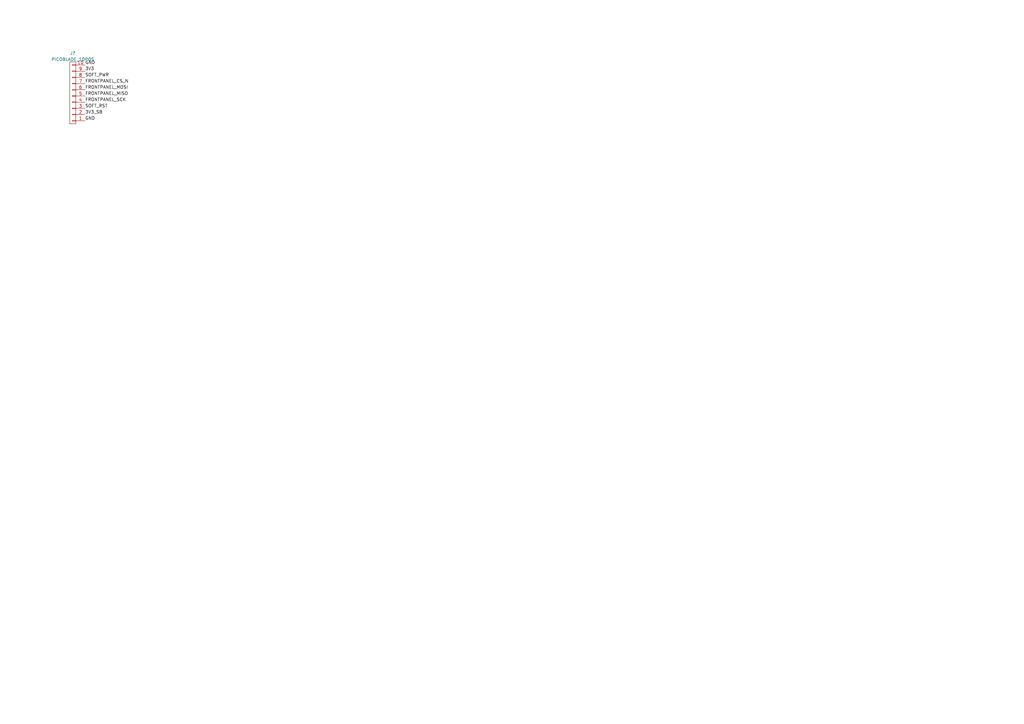
<source format=kicad_sch>
(kicad_sch (version 20211123) (generator eeschema)
  (paper "A3")
  (title_block (title "Front Panel") (date "2024-03-07") (rev "0.1") (company "Antikernel Labs") (comment 1 "Andrew D. Zonenberg") (comment 2 "Trigger Crossbar"))
  (lib_symbols
    (symbol "conn:CONN_01X10" (pin_names (offset 1.016) hide)
      (property "Reference" "J?" (at 0 -16.2728 0))
      (property "Value" "CONN_01X10" (at 0 -13.7359 0))
      (symbol "CONN_01X10_0_1"
        (rectangle (start -1.27 -11.303) (end 0.254 -11.557))
        (rectangle (start -1.27 -8.763) (end 0.254 -9.017))
        (rectangle (start -1.27 -6.223) (end 0.254 -6.477))
        (rectangle (start -1.27 -3.683) (end 0.254 -3.937))
        (rectangle (start -1.27 -1.143) (end 0.254 -1.397))
        (rectangle (start -1.27 1.397) (end 0.254 1.143))
        (rectangle (start -1.27 3.937) (end 0.254 3.683))
        (rectangle (start -1.27 6.477) (end 0.254 6.223))
        (rectangle (start -1.27 9.017) (end 0.254 8.763))
        (rectangle (start -1.27 11.557) (end 0.254 11.303))
        (rectangle (start -1.27 12.7) (end 1.27 -12.7))
      )
      (symbol "CONN_01X10_1_1"
        (pin passive line (at -5.08 11.43 0) (length 3.81) (name "P1") (number "1"))
        (pin power_out line (at -5.08 -11.43 0) (length 3.81) (name "P10") (number "10"))
        (pin power_out line (at -5.08 8.89 0) (length 3.81) (name "P2") (number "2"))
        (pin passive line (at -5.08 6.35 0) (length 3.81) (name "P3") (number "3"))
        (pin passive line (at -5.08 3.81 0) (length 3.81) (name "P4") (number "4"))
        (pin passive line (at -5.08 1.27 0) (length 3.81) (name "P5") (number "5"))
        (pin passive line (at -5.08 -1.27 0) (length 3.81) (name "P6") (number "6"))
        (pin passive line (at -5.08 -3.81 0) (length 3.81) (name "P7") (number "7"))
        (pin passive line (at -5.08 -6.35 0) (length 3.81) (name "P8") (number "8"))
        (pin power_out line (at -5.08 -8.89 0) (length 3.81) (name "P9") (number "9"))
      )
    )
  )
  (label "FRONTPANEL_CS_N" (at 34.925 34.29 0))
  (label "FRONTPANEL_MOSI" (at 34.925 36.83 0))
  (label "SOFT_RST" (at 34.925 44.45 0))
  (label "SOFT_PWR" (at 34.925 31.75 0))
  (label "3V3_SB" (at 34.925 46.99 0))
  (label "FRONTPANEL_MISO" (at 34.925 39.37 0))
  (label "FRONTPANEL_SCK" (at 34.925 41.91 0))
  (label "GND" (at 34.925 49.53 0))
  (label "3V3" (at 34.925 29.21 0))
  (label "GND" (at 34.925 26.67 0))
  (symbol (lib_id "conn:CONN_01X10") (at 29.845 38.1 180) (unit 1)
    (property "Reference" "J?" (at 29.845 21.8272 0))
    (property "Value" "PICOBLADE_10POS" (at 29.845 24.3641 0))
    (property "Footprint" "azonenberg_pcb:CONN_MOLEX_PICOBLADE_10POS_0532611071" (effects hide))
  )
)
</source>
